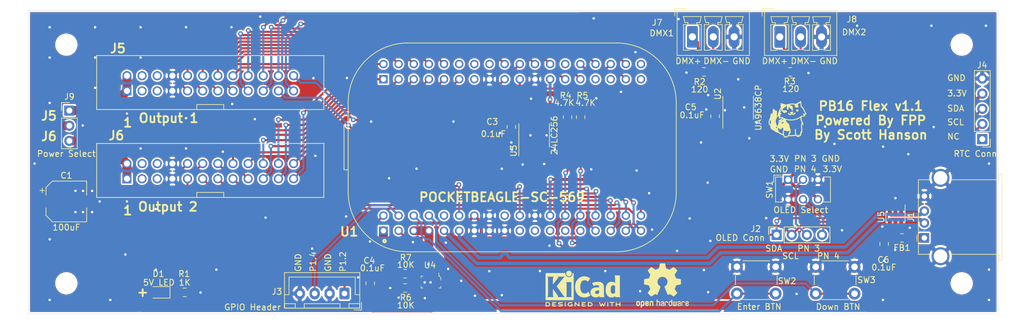
<source format=kicad_pcb>
(kicad_pcb (version 20211014) (generator pcbnew)
  (title_block (title "PB16 Flex") (date "2020-01-16") (rev "v1") (company "Scott Hanson"))
  (layers (0 "F.Cu" signal) (31 "B.Cu" signal) (34 "B.Paste" user) (35 "F.Paste" user) (36 "B.SilkS" user "B.Silkscreen") (37 "F.SilkS" user "F.Silkscreen") (38 "B.Mask" user) (39 "F.Mask" user) (44 "Edge.Cuts" user))
  (net 0 "")
  (net 1 "GND")
  (net 2 "V_USB")
  (net 3 "+5V")
  (net 4 "USB_D+")
  (net 5 "USB_D-")
  (net 6 "/OLED_Pin_4")
  (net 7 "/OLED_Pin_3")
  (net 8 "I2C_SCL")
  (net 9 "I2C_SDA")
  (net 10 "GPIO2")
  (net 11 "GPIO1")
  (net 12 "+3V3")
  (net 13 "Net-(J4-Pad1)")
  (net 14 "OUT16")
  (net 15 "OUT15")
  (net 16 "OUT14")
  (net 17 "OUT13")
  (net 18 "OUT12")
  (net 19 "OUT11")
  (net 20 "OUT10")
  (net 21 "OUT9")
  (net 22 "OUT8")
  (net 23 "OUT7")
  (net 24 "OUT6")
  (net 25 "OUT5")
  (net 26 "OUT4")
  (net 27 "OUT3")
  (net 28 "OUT2")
  (net 29 "OUT1")
  (net 30 "/Serial/DMX1-")
  (net 31 "/Serial/DMX1+")
  (net 32 "/Serial/DMX2+")
  (net 33 "/Serial/DMX2-")
  (net 34 "TXD1")
  (net 35 "TXD2")
  (net 36 "BTN1")
  (net 37 "BTN2")
  (net 38 "Net-(J5-Pad6)")
  (net 39 "Net-(J5-Pad5)")
  (net 40 "Net-(J5-Pad4)")
  (net 41 "Net-(J5-Pad3)")
  (net 42 "Net-(J6-Pad6)")
  (net 43 "Net-(J6-Pad5)")
  (net 44 "Net-(J6-Pad4)")
  (net 45 "Net-(J6-Pad3)")
  (net 46 "OUT32")
  (net 47 "OUT31")
  (net 48 "OUT30")
  (net 49 "OUT29")
  (net 50 "OUT28")
  (net 51 "OUT27")
  (net 52 "OUT26")
  (net 53 "OUT25")
  (net 54 "OUT24")
  (net 55 "OUT23")
  (net 56 "OUT22")
  (net 57 "OUT21")
  (net 58 "OUT20")
  (net 59 "OUT19")
  (net 60 "OUT18")
  (net 61 "OUT17")
  (net 62 "/PWR1")
  (net 63 "/PWR2")
  (net 64 "Net-(D1-Pad1)")
  (net 65 "Net-(U1-PadP2_36)")
  (net 66 "Net-(U1-PadP2_35)")
  (net 67 "Net-(U1-PadP2_31)")
  (net 68 "Net-(U1-PadP2_29)")
  (net 69 "Net-(U1-PadP2_26)")
  (net 70 "Net-(U1-PadP2_16)")
  (net 71 "Net-(U1-PadP2_14)")
  (net 72 "Net-(U1-PadP2_13)")
  (net 73 "Net-(U1-PadP2_12)")
  (net 74 "Net-(U1-PadP1_27)")
  (net 75 "Net-(U1-PadP1_25)")
  (net 76 "Net-(U1-PadP1_23)")
  (net 77 "Net-(U1-PadP1_21)")
  (net 78 "Net-(U1-PadP1_19)")
  (net 79 "Net-(U1-PadP1_18)")
  (net 80 "Net-(U1-PadP1_10)")
  (net 81 "USB_DVBUS")
  (net 82 "Net-(R7-Pad2)")
  (net 83 "Net-(U5-Pad6)")
  (net 84 "Net-(U5-Pad1)")
  (net 85 "/USB/VBUS")
  (net 86 "+3.3VP")
  (net 87 "5V_Serial")
  (footprint "Capacitor_SMD:CP_Elec_6.3x5.4_Nichicon" (layer "F.Cu") (at 92.71 103.124)
    (fp_text reference "C1")
    (fp_text value "100uF")
  )
  (footprint "LED_SMD:LED_0805_2012Metric_Pad1.15x1.40mm_HandSolder" (layer "F.Cu") (at 108.2294 118.364 180)
    (fp_text reference "D1")
    (fp_text value "5V LED")
  )
  (footprint "Connector_PinSocket_2.54mm:PinSocket_1x04_P2.54mm_Vertical" (layer "F.Cu") (at 211.7852 108.712 90)
    (fp_text reference "J2")
    (fp_text value "OLED Conn")
  )
  (footprint "Connector_JST:JST_XH_B4B-XH-A_1x04_P2.50mm_Vertical" (layer "F.Cu") (at 139.3444 118.55704 180)
    (fp_text reference "J3")
    (fp_text value "GPIO Header")
  )
  (footprint "Connector_PinHeader_2.54mm:PinHeader_1x05_P2.54mm_Vertical" (layer "F.Cu") (at 246.2784 92.6719 180)
    (fp_text reference "J4")
    (fp_text value "RTC Conn")
  )
  (footprint "Button_Switch_THT:SW_CuK_JS202011CQN_DPDT_Straight" (layer "F.Cu") (at 213.7156 99.4664)
    (fp_text reference "SW1")
    (fp_text value "OLED Select")
  )
  (footprint "MountingHole:MountingHole_3.2mm_M3" (layer "F.Cu") (at 92.71 116.84)
    (fp_text reference "REF**")
    (fp_text value "MountingHole_3.2mm_M3")
  )
  (footprint "MountingHole:MountingHole_3.2mm_M3" (layer "F.Cu") (at 242.824 116.84)
    (fp_text reference "REF**")
    (fp_text value "MountingHole_3.2mm_M3")
  )
  (footprint "MountingHole:MountingHole_3.2mm_M3" (layer "F.Cu") (at 92.71 76.835)
    (fp_text reference "REF**")
    (fp_text value "MountingHole_3.2mm_M3")
  )
  (footprint "Resistor_SMD:R_0805_2012Metric_Pad1.15x1.40mm_HandSolder" (layer "F.Cu") (at 176.742 88.9979 -90)
    (fp_text reference "R4")
    (fp_text value "4.7K")
  )
  (footprint "Resistor_SMD:R_0805_2012Metric_Pad1.15x1.40mm_HandSolder" (layer "F.Cu") (at 178.9391 88.9979 -90)
    (fp_text reference "R5")
    (fp_text value "4.7K")
  )
  (footprint "Capacitor_SMD:C_0805_2012Metric_Pad1.15x1.40mm_HandSolder" (layer "F.Cu") (at 167.3186 90.6108 90)
    (fp_text reference "C3")
    (fp_text value "0.1uF")
  )
  (footprint "Package_SO:SOIC-8_3.9x4.9mm_P1.27mm" (layer "F.Cu") (at 171.1286 92.0332 90)
    (fp_text reference "U3")
    (fp_text value "24LC256")
  )
  (footprint "Button_Switch_THT:SW_PUSH_6mm" (layer "F.Cu") (at 218.3511 114.0841)
    (fp_text reference "SW3")
    (fp_text value "Down BTN")
  )
  (footprint "Resistor_SMD:R_0805_2012Metric_Pad1.15x1.40mm_HandSolder" (layer "F.Cu") (at 112.5474 118.364 180)
    (fp_text reference "R1")
    (fp_text value "1K")
  )
  (footprint "Button_Switch_THT:SW_PUSH_6mm" (layer "F.Cu") (at 205.1304 114.0714)
    (fp_text reference "SW2")
    (fp_text value "Enter BTN")
  )
  (footprint "Connector_Phoenix_MC:PhoenixContact_MCV_1,5_3-G-3.5_1x03_P3.50mm_Vertical" (layer "F.Cu") (at 197.66788 75.51928)
    (fp_text reference "J7")
    (fp_text value "DMX1")
  )
  (footprint "302-S241:OST_302-S241" (layer "F.Cu") (at 116.84 98.044)
    (fp_text reference "J6")
    (fp_text value "Output 2")
  )
  (footprint "MountingHole:MountingHole_3.2mm_M3" (layer "F.Cu") (at 242.824 76.835)
    (fp_text reference "REF**")
    (fp_text value "MountingHole_3.2mm_M3")
  )
  (footprint "302-S241:OST_302-S241" (layer "F.Cu") (at 116.84 83.312)
    (fp_text reference "J5")
    (fp_text value "Output 1")
  )
  (footprint "Resistor_SMD:R_0805_2012Metric_Pad1.15x1.40mm_HandSolder" (layer "F.Cu") (at 214.0458 81.407)
    (fp_text reference "R3")
    (fp_text value "120")
  )
  (footprint "Capacitor_SMD:C_0805_2012Metric_Pad1.15x1.40mm_HandSolder" (layer "F.Cu") (at 143.6624 116.8744 90)
    (fp_text reference "C4")
    (fp_text value "0.1uF")
  )
  (footprint "Symbol:OSHW-Logo2_9.8x8mm_SilkScreen" (layer "F.Cu") (at 192.659 117.221)
    (fp_text reference "REF**" hide)
    (fp_text value "OSHW-Logo2_9.8x8mm_SilkScreen" hide)
  )
  (footprint "Symbol:KiCad-Logo2_5mm_SilkScreen" (layer "F.Cu") (at 179.324 117.729)
    (fp_text reference "REF**" hide)
    (fp_text value "KiCad-Logo2_5mm_SilkScreen" hide)
  )
  (footprint "Connector_PinHeader_2.54mm:PinHeader_1x03_P2.54mm_Vertical" (layer "F.Cu") (at 93.218 87.884)
    (fp_text reference "J9")
    (fp_text value "Power Select")
  )
  (footprint "Package_SO:SOIC-8_3.9x4.9mm_P1.27mm" (layer "F.Cu") (at 205.3336 87.4014 90)
    (fp_text reference "U2")
    (fp_text value "UA9638CP")
  )
  (footprint "Capacitor_SMD:C_0805_2012Metric_Pad1.15x1.40mm_HandSolder" (layer "F.Cu") (at 201.4728 88.8238 90)
    (fp_text reference "C5")
    (fp_text value "0.1uF")
  )
  (footprint "Connector_Phoenix_MC:PhoenixContact_MCV_1,5_3-G-3.5_1x03_P3.50mm_Vertical" (layer "F.Cu") (at 212.3186 75.5396)
    (fp_text reference "J8")
    (fp_text value "DMX2")
  )
  (footprint "Capacitor_SMD:C_0805_2012Metric_Pad1.15x1.40mm_HandSolder" (layer "F.Cu") (at 229.816 110.234 -90)
    (fp_text reference "C6")
    (fp_text value "0.1uF")
  )
  (footprint "Inductor_SMD:L_0805_2012Metric_Pad1.15x1.40mm_HandSolder" (layer "F.Cu") (at 232.816 109.234 180)
    (fp_text reference "FB1")
    (fp_text value "150 OHM")
  )
  (footprint "Connector_USB:USB_A_Stewart_SS-52100-001_Horizontal" (layer "F.Cu") (at 236.566 109.234 90)
    (fp_text reference "J1")
    (fp_text value "USB")
  )
  (footprint "digikey-footprints:SOT-753" (layer "F.Cu") (at 153.8432 116.628 180)
    (fp_text reference "U4")
    (fp_text value "TPS2051BDBVR")
  )
  (footprint "Resistor_SMD:R_0805_2012Metric_Pad1.15x1.40mm_HandSolder" (layer "F.Cu") (at 149.516 117.634 180)
    (fp_text reference "R6")
    (fp_text value "10K")
  )
  (footprint "Resistor_SMD:R_0805_2012Metric_Pad1.15x1.40mm_HandSolder" (layer "F.Cu") (at 199.6186 81.407)
    (fp_text reference "R2")
    (fp_text value "120")
  )
  (footprint "Resistor_SMD:R_0805_2012Metric_Pad1.15x1.40mm_HandSolder" (layer "F.Cu") (at 149.516 115.234)
    (fp_text reference "R7")
    (fp_text value "10K")
  )
  (footprint "POCKETBEAGLE:BEAGLE_POCKETBEAGLE-SC-569" (layer "F.Cu") (at 167.4622 94.0562 90)
    (fp_text reference "U1")
    (fp_text value "POCKETBEAGLE-SC-569")
  )
  (footprint "Package_TO_SOT_SMD:SOT-23-6_Handsoldering" (layer "F.Cu") (at 231.716 105.734 -90)
    (fp_text reference "U5")
    (fp_text value "TPD4S009DBVR")
  )
  (footprint "Scotts:chewi_10" (layer "F.Cu") (at 213.476 88.564)
    (fp_text reference "G***")
    (fp_text value "LOGO" hide)
  )
  (gr_line (start 248.92 71.12) (end 86.36 71.12) (layer "Edge.Cuts") (width 0.05))
  (gr_line (start 86.36 121.92) (end 248.92 121.92) (layer "Edge.Cuts") (width 0.05))
  (gr_line (start 86.36 71.12) (end 86.36 121.92) (layer "Edge.Cuts") (width 0.05))
  (gr_line (start 248.92 121.92) (end 248.92 71.12) (layer "Edge.Cuts") (width 0.05))
  (gr_text "3.3V" (at 242.034778 84.99086) (layer "F.SilkS") (effects (font (size 1 1))))
  (gr_text "SCL" (at 241.796683 89.8243) (layer "F.SilkS") (effects (font (size 1 1))))
  (gr_text "SDA" (at 241.820493 87.53086) (layer "F.SilkS") (effects (font (size 1 1))))
  (gr_text "GND" (at 241.93954 82.41086) (layer "F.SilkS") (effects (font (size 1 1))))
  (gr_text "NC" (at 241.43954 92.2343) (layer "F.SilkS") (effects (font (size 1 1))))
  (gr_text "GND" (at 212.19116 97.73496) (layer "F.SilkS") (effects (font (size 1 1))))
  (gr_text "3.3V" (at 221.1247 97.68924) (layer "F.SilkS") (effects (font (size 1 1))))
  (gr_text "PN 3" (at 216.6247 95.93924) (layer "F.SilkS") (effects (font (size 1 1))))
  (gr_text "3.3V" (at 212.24116 95.98496) (layer "F.SilkS") (effects (font (size 1 1))))
  (gr_text "PN 4" (at 216.5747 97.68924) (layer "F.SilkS") (effects (font (size 1 1))))
  (gr_text "GND" (at 220.8747 95.93924) (layer "F.SilkS") (effects (font (size 1 1))))
  (gr_text "PN 4" (at 220.472 112.268) (layer "F.SilkS") (effects (font (size 1 1))))
  (gr_text "SCL" (at 214.122 112.268) (layer "F.SilkS") (effects (font (size 1 1))))
  (gr_text "PN 3" (at 217.17 110.998) (layer "F.SilkS") (effects (font (size 1 1))))
  (gr_text "SDA" (at 211.328 110.998) (layer "F.SilkS") (effects (font (size 1 1))))
  (gr_text "P1.4" (at 134.079 113.206 90) (layer "F.SilkS") (effects (font (size 1 1))))
  (gr_text "GND" (at 131.579 113.372667 90) (layer "F.SilkS") (effects (font (size 1 1))))
  (gr_text "GND" (at 136.579 113.372667 90) (layer "F.SilkS") (effects (font (size 1 1))))
  (gr_text "GND" (at 205.8924 79.5782) (layer "F.SilkS") (effects (font (size 1 1))))
  (gr_text "DMX-" (at 201.7014 79.5782) (layer "F.SilkS") (effects (font (size 1 1))))
  (gr_text "J6" (at 89.789 92.202) (layer "F.SilkS") (effects (font (size 1.5 1.5) (thickness 0.3))))
  (gr_text "1" (at 102.997 89.916) (layer "F.SilkS") (effects (font (size 1.5 1.5) (thickness 0.3))))
  (gr_text "DMX+" (at 197.0024 79.5782) (layer "F.SilkS") (effects (font (size 1 1))))
  (gr_text "+" (at 105.5116 118.3132) (layer "F.SilkS") (effects (font (size 1.5 1.5) (thickness 0.3))))
  (gr_text "P1.2" (at 139.079 113.206 90) (layer "F.SilkS") (effects (font (size 1 1))))
  (gr_text "PB16 Flex v1.1\nPowered By FPP\nBy Scott Hanson" (at 227.584 89.535) (layer "F.SilkS") (effects (font (size 1.5 1.5) (thickness 0.3))))
  (gr_text "DMX-" (at 216.3318 79.5782) (layer "F.SilkS") (effects (font (size 1 1))))
  (gr_text "GND" (at 220.5228 79.5782) (layer "F.SilkS") (effects (font (size 1 1))))
  (gr_text "DMX+" (at 211.5058 79.5782) (layer "F.SilkS") (effects (font (size 1 1))))
  (gr_text "1" (at 102.997 104.648) (layer "F.SilkS") (effects (font (size 1.5 1.5) (thickness 0.3))))
  (gr_text "J5" (at 89.789 88.773) (layer "F.SilkS") (effects (font (size 1.5 1.5) (thickness 0.3))))
  (via (at 156.716 114.434) (size 0.8) (drill 0.4) (layers "F.Cu" "B.Cu") (net 1))
  (via (at 188.1251 78.0796) (size 0.8) (drill 0.4) (layers "F.Cu" "B.Cu") (net 1))
  (via (at 180.716 97.734) (size 0.8) (drill 0.4) (layers "F.Cu" "B.Cu") (net 1))
  (via (at 229.516 107.334) (size 0.8) (drill 0.4) (layers "F.Cu" "B.Cu") (net 1))
  (via (at 190.916 107.834) (size 0.8) (drill 0.4) (layers "F.Cu" "B.Cu") (net 1))
  (via (at 199.606 114.614) (size 0.8) (drill 0.4) (layers "F.Cu" "B.Cu") (net 1))
  (via (at 247.396 96.774) (size 0.8) (drill 0.4) (layers "F.Cu" "B.Cu") (net 1))
  (via (at 143.816 89.734) (size 0.8) (drill 0.4) (layers "F.Cu" "B.Cu") (net 1))
  (via (at 156.326 110.024) (size 0.8) (drill 0.4) (layers "F.Cu" "B.Cu") (net 1))
  (via (at 112.776 89.154) (size 0.8) (drill 0.4) (layers "F.Cu" "B.Cu") (net 1))
  (via (at 234.116 107.534) (size 0.8) (drill 0.4) (layers "F.Cu" "B.Cu") (net 1))
  (via (at 174.616 94.434) (size 0.8) (drill 0.4) (layers "F.Cu" "B.Cu") (net 1))
  (via (at 217.1319 81.5848) (size 0.8) (drill 0.4) (layers "F.Cu" "B.Cu") (net 1))
  (via (at 167.416 94.434) (size 0.8) (drill 0.4) (layers "F.Cu" "B.Cu") (net 1))
  (via (at 231.6861 111.2393) (size 0.8) (drill 0.4) (layers "F.Cu" "B.Cu") (net 1))
  (via (at 97.536 84.074) (size 0.8) (drill 0.4) (layers "F.Cu" "B.Cu") (net 1))
  (via (at 247.396 114.554) (size 0.8) (drill 0.4) (layers "F.Cu" "B.Cu") (net 1))
  (via (at 100.076 119.634) (size 0.8) (drill 0.4) (layers "F.Cu" "B.Cu") (net 1))
  (via (at 161.216 118.934) (size 0.8) (drill 0.4) (layers "F.Cu" "B.Cu") (net 1))
  (via (at 112.776 94.234) (size 0.8) (drill 0.4) (layers "F.Cu" "B.Cu") (net 1))
  (via (at 237.744 73.66) (size 0.8) (drill 0.4) (layers "F.Cu" "B.Cu") (net 1))
  (via (at 97.028 104.902) (size 0.8) (drill 0.4) (layers "F.Cu" "B.Cu") (net 1))
  (via (at 200.3171 85.2932) (size 0.8) (drill 0.4) (layers "F.Cu" "B.Cu") (net 1))
  (via (at 200.316 118.334) (size 0.8) (drill 0.4) (layers "F.Cu" "B.Cu") (net 1))
  (via (at 158.916 116.434) (size 0.8) (drill 0.4) (layers "F.Cu" "B.Cu") (net 1))
  (via (at 222.758 107.95) (size 0.8) (drill 0.4) (layers "F.Cu" "B.Cu") (net 1))
  (via (at 219.9132 90.5764) (size 0.8) (drill 0.4) (layers "F.Cu" "B.Cu") (net 1))
  (via (at 125.222 72.136) (size 0.8) (drill 0.4) (layers "F.Cu" "B.Cu") (net 1))
  (via (at 133.916 111.034) (size 0.8) (drill 0.4) (layers "F.Cu" "B.Cu") (net 1))
  (via (at 165.716 97.634) (size 0.8) (drill 0.4) (layers "F.Cu" "B.Cu") (net 1))
  (via (at 150.816 109.934) (size 0.8) (drill 0.4) (layers "F.Cu" "B.Cu") (net 1))
  (via (at 147.016 117.634) (size 0.8) (drill 0.4) (layers "F.Cu" "B.Cu") (net 1))
  (via (at 231.716 102.5652) (size 0.8) (drill 0.4) (layers "F.Cu" "B.Cu") (net 1))
  (via (at 207.216 92.534) (size 0.8) (drill 0.4) (layers "F.Cu" "B.Cu") (net 1))
  (via (at 215.138 118.618) (size 0.8) (drill 0.4) (layers "F.Cu" "B.Cu") (net 1))
  (via (at 102.616 112.014) (size 0.8) (drill 0.4) (layers "F.Cu" "B.Cu") (net 1))
  (via (at 195.106 111.404) (size 0.8) (drill 0.4) (layers "F.Cu" "B.Cu") (net 1))
  (via (at 139.616 105.634) (size 0.8) (drill 0.4) (layers "F.Cu" "B.Cu") (net 1))
  (via (at 195.3514 72.5424) (size 0.8) (drill 0.4) (layers "F.Cu" "B.Cu") (net 1))
  (via (at 163.626 114.814) (size 0.8) (drill 0.4) (layers "F.Cu" "B.Cu") (net 1))
  (via (at 199.9996 87.7062) (size 0.8) (drill 0.4) (layers "F.Cu" "B.Cu") (net 1))
  (via (at 117.856 114.554) (size 0.8) (drill 0.4) (layers "F.Cu" "B.Cu") (net 1))
  (via (at 181.5592 85.8266) (size 0.8) (drill 0.4) (layers "F.Cu" "B.Cu") (net 1))
  (via (at 181.1274 72.4281) (size 0.8) (drill 0.4) (layers "F.Cu" "B.Cu") (net 1))
  (via (at 173.716 110.534) (size 0.8) (drill 0.4) (layers "F.Cu" "B.Cu") (net 1))
  (via (at 229.616 119.634) (size 0.8) (drill 0.4) (layers "F.Cu" "B.Cu") (net 1))
  (via (at 141.6304 115.8494) (size 0.8) (drill 0.4) (layers "F.Cu" "B.Cu") (net 1))
  (via (at 97.536 73.914) (size 0.8) (drill 0.4) (layers "F.Cu" "B.Cu") (net 1))
  (via (at 199.116 93.234) (size 0.8) (drill 0.4) (layers "F.Cu" "B.Cu") (net 1))
  (via (at 105.156 89.154) (size 0.8) (drill 0.4) (layers "F.Cu" "B.Cu") (net 1))
  (via (at 153.7716 116.6876) (size 0.8) (drill 0.4) (layers "F.Cu" "B.Cu") (net 1))
  (via (at 233.876 95.194) (size 0.8) (drill 0.4) (layers "F.Cu" "B.Cu") (net 1))
  (via (at 185.6994 84.7471) (size 0.8) (drill 0.4) (layers "F.Cu" "B.Cu") (net 1))
  (via (at 210.046 105.914) (size 0.8) (drill 0.4) (layers "F.Cu" "B.Cu") (net 1))
  (via (at 126.116 105.834) (size 0.8) (drill 0.4) (layers "F.Cu" "B.Cu") (net 1))
  (via (at 143.616 109.834) (size 0.8) (drill 0.4) (layers "F.Cu" "B.Cu") (net 1))
  (via (at 89.916 86.614) (size 0.8) (drill 0.4) (layers "F.Cu" "B.Cu") (net 1))
  (via (at 200.226 99.964) (size 0.8) (drill 0.4) (layers "F.Cu" "B.Cu") (net 1))
  (via (at 225.298 73.66) (size 0.8) (drill 0.4) (layers "F.Cu" "B.Cu") (net 1))
  (via (at 107.696 104.394) (size 0.8) (drill 0.4) (layers "F.Cu" "B.Cu") (net 1))
  (via (at 169.216 96.934) (size 0.8) (drill 0.4) (layers "F.Cu" "B.Cu") (net 1))
  (via (at 105.156 73.914) (size 0.8) (drill 0.4) (layers "F.Cu" "B.Cu") (net 1))
  (via (at 188.8998 118.1608) (size 0.8) (drill 0.4) (layers "F.Cu" "B.Cu") (net 1))
  (via (at 89.916 78.994) (size 0.8) (drill 0.4) (layers "F.Cu" "B.Cu") (net 1))
  (via (at 183.066 114.784) (size 0.8) (drill 0.4) (layers "F.Cu" "B.Cu") (net 1))
  (via (at 190.416 101.734) (size 0.8) (drill 0.4) (layers "F.Cu" "B.Cu") (net 1))
  (via (at 124.3076 89.3191) (size 0.8) (drill 0.4) (layers "F.Cu" "B.Cu") (net 1))
  (via (at 229.8192 113.0681) (size 0.8) (drill 0.4) (layers "F.Cu" "B.Cu") (net 1))
  (via (at 188.316 97.934) (size 0.8) (drill 0.4) (layers "F.Cu" "B.Cu") (net 1))
  (via (at 98.298 103.124) (size 0.8) (drill 0.4) (layers "F.Cu" "B.Cu") (net 1))
  (via (at 221.488 93.472) (size 0.8) (drill 0.4) (layers "F.Cu" "B.Cu") (net 1))
  (via (at 205.359 82.6389) (size 0.8) (drill 0.4) (layers "F.Cu" "B.Cu") (net 1))
  (via (at 247.396 119.634) (size 0.8) (drill 0.4) (layers "F.Cu" "B.Cu") (net 1))
  (via (at 120.396 73.914) (size 0.8) (drill 0.4) (layers "F.Cu" "B.Cu") (net 1))
  (via (at 115.2144 118.3894) (size 0.8) (drill 0.4) (layers "F.Cu" "B.Cu") (net 1))
  (via (at 105.156 94.234) (size 0.8) (drill 0.4) (layers "F.Cu" "B.Cu") (net 1))
  (via (at 170.516 92.034) (size 0.8) (drill 0.4) (layers "F.Cu" "B.Cu") (net 1))
  (via (at 146.816 99.234) (size 0.8) (drill 0.4) (layers "F.Cu" "B.Cu") (net 1))
  (via (at 152.781 116.6876) (size 0.8) (drill 0.4) (layers "F.Cu" "B.Cu") (net 1))
  (via (at 200.686 109.734) (size 0.8) (drill 0.4) (layers "F.Cu" "B.Cu") (net 1))
  (via (at 203.1238 87.8332) (size 0.8) (drill 0.4) (layers "F.Cu" "B.Cu") (net 1))
  (via (at 97.536 78.994) (size 0.8) (drill 0.4) (layers "F.Cu" "B.Cu") (net 1))
  (via (at 97.028 101.346) (size 0.8) (drill 0.4) (layers "F.Cu" "B.Cu") (net 1))
  (via (at 153.416 113.634) (size 0.8) (drill 0.4) (layers "F.Cu" "B.Cu") (net 1))
  (via (at 95.4532 90.3859) (size 0.8) (drill 0.4) (layers "F.Cu" "B.Cu") (net 1))
  (via (at 165.416 91.634) (size 0.8) (drill 0.4) (layers "F.Cu" "B.Cu") (net 1))
  (via (at 206.3496 87.3506) (size 0.8) (drill 0.4) (layers "F.Cu" "B.Cu") (net 1))
  (via (at 95.504 104.902) (size 0.8) (drill 0.4) (layers "F.Cu" "B.Cu") (net 1))
  (via (at 246.888 73.66) (size 0.8) (drill 0.4) (layers "F.Cu" "B.Cu") (net 1))
  (via (at 208.4324 89.9414) (size 0.8) (drill 0.4) (layers "F.Cu" "B.Cu") (net 1))
  (via (at 118.9482 94.7801) (size 0.8) (drill 0.4) (layers "F.Cu" "B.Cu") (net 1))
  (via (at 105.156 78.994) (size 0.8) (drill 0.4) (layers "F.Cu" "B.Cu") (net 1))
  (via (at 95.504 101.346) (size 0.8) (drill 0.4) (layers "F.Cu" "B.Cu") (net 1))
  (via (at 89.916 109.474) (size 0.8) (drill 0.4) (layers "F.Cu" "B.Cu") (net 1))
  (via (at 87.376 96.774) (size 0.8) (drill 0.4) (layers "F.Cu" "B.Cu") (net 1))
  (via (at 172.816 96.834) (size 0.8) (drill 0.4) (layers "F.Cu" "B.Cu") (net 1))
  (via (at 148.416 119.234) (size 0.8) (drill 0.4) (layers "F.Cu" "B.Cu") (net 1))
  (via (at 157.616 89.734) (size 0.8) (drill 0.4) (layers "F.Cu" "B.Cu") (net 1))
  (via (at 165.716 118.834) (size 0.8) (drill 0.4) (layers "F.Cu" "B.Cu") (net 1))
  (via (at 179.916 118.834) (size 0.8) (drill 0.4) (layers "F.Cu" "B.Cu") (net 1))
  (via (at 167.316 93.234) (size 0.8) (drill 0.4) (layers "F.Cu" "B.Cu") (net 1))
  (via (at 238.125 90.6399) (size 0.8) (drill 0.4) (layers "F.Cu" "B.Cu") (net 1))
  (via (at 172.116 114.784) (size 0.8) (drill 0.4) (layers "F.Cu" "B.Cu") (net 1))
  (via (at 197.216 105.974) (size 0.8) (drill 0.4) (layers "F.Cu" "B.Cu") (net 1))
  (via (at 170.6245 85.8901) (size 0.8) (drill 0.4) (layers "F.Cu" "B.Cu") (net 1))
  (via (at 151.416 97.634) (size 0.8) (drill 0.4) (layers "F.Cu" "B.Cu") (net 1))
  (via (at 152.816 119.334) (size 0.8) (drill 0.4) (layers "F.Cu" "B.Cu") (net 1))
  (via (at 139.7508 82.423) (size 0.8) (drill 0.4) (layers "F.Cu" "B.Cu") (net 1))
  (via (at 196.6722 81.5213) (size 0.8) (drill 0.4) (layers "F.Cu" "B.Cu") (net 1))
  (via (at 94.234 104.902) (size 0.8) (drill 0.4) (layers "F.Cu" "B.Cu") (net 1))
  (via (at 112.776 73.914) (size 0.8) (drill 0.4) (layers "F.Cu" "B.Cu") (net 1))
  (via (at 134.1374 82.4484) (size 0.8) (drill 0.4) (layers "F.Cu" "B.Cu") (net 1))
  (via (at 120.523 86.7791) (size 0.8) (drill 0.4) (layers "F.Cu" "B.Cu") (net 1))
  (via (at 229.646 93.924) (size 0.8) (drill 0.4) (layers "F.Cu" "B.Cu") (net 1))
  (via (at 89.916 73.914) (size 0.8) (drill 0.4) (layers "F.Cu" "B.Cu") (net 1))
  (via (at 89.916 119.634) (size 0.8) (drill 0.4) (layers "F.Cu" "B.Cu") (net 1))
  (via (at 107.696 114.554) (size 0.8) (drill 0.4) (layers "F.Cu" "B.Cu") (net 1))
  (via (at 134.4549 95.4659) (size 0.8) (drill 0.4) (layers "F.Cu" "B.Cu") (net 1))
  (via (at 173.216 92.034) (size 0.8) (drill 0.4) (layers "F.Cu" "B.Cu") (net 1))
  (via (at 94.234 101.346) (size 0.8) (drill 0.4) (layers "F.Cu" "B.Cu") (net 1))
  (segment (start 226.404499 120.534101) (end 227.2792 119.6594) (width 1.5) (layer "F.Cu") (net 2))
  (segment (start 155.093201 115.316) (end 155.298 115.316) (width 1.5) (layer "F.Cu") (net 2))
  (segment (start 153.4922 108.0262) (end 153.4922 111.2102) (width 1.5) (layer "F.Cu") (net 2))
  (segment (start 231.716 107.084) (end 231.716 109.159) (width 0.6) (layer "F.Cu") (net 2))
  (segment (start 231.791 109.234) (end 229.841 109.234) (width 1.5) (layer "F.Cu") (net 2))
  (segment (start 153.4922 111.2102) (end 155.093201 112.811201) (width 1.5) (layer "F.Cu") (net 2))
  (segment (start 155.093201 112.811201) (end 155.093201 115.316) (width 1.5) (layer "F.Cu") (net 2))
  (segment (start 160.516101 120.534101) (end 226.404499 120.534101) (width 1.5) (layer "F.Cu") (net 2))
  (segment (start 227.2792 119.6594) (end 227.2792 111.0458) (width 1.5) (layer "F.Cu") (net 2))
  (segment (start 231.716 109.159) (end 231.791 109.234) (width 0.6) (layer "F.Cu") (net 2))
  (segment (start 227.2792 111.0458) (end 229.116 109.209) (width 1.5) (layer "F.Cu") (net 2))
  (segment (start 229.816 109.209) (end 229.841 109.234) (width 0.5) (layer "F.Cu") (net 2))
  (segment (start 150.9522 108.0262) (end 153.4922 108.0262) (width 1.5) (layer "F.Cu") (net 2))
  (segment (start 155.298 115.316) (end 160.516101 120.534101) (width 1.5) (layer "F.Cu") (net 2))
  (segment (start 229.116 109.209) (end 229.816 109.209) (width 1.5) (layer "F.Cu") (net 2))
  (segment (start 144.08439 120.94499) (end 153.85121 120.94499) (width 1.5) (layer "F.Cu") (net 3))
  (segment (start 107.188 120.904) (end 144.0434 120.904) (width 1.5) (layer "F.Cu") (net 3))
  (segment (start 105.537 120.904) (end 107.188 120.904) (width 1.5) (layer "F.Cu") (net 3))
  (segment (start 145.8722 116.3896) (end 145.8722 108.0262) (width 1.5) (layer "F.Cu") (net 3))
  (segment (start 153.85121 120.94499) (end 154.7932 120.003) (width 1.5) (layer "F.Cu") (net 3))
  (segment (start 90.17 91.694) (end 90.17 105.537) (width 1.5) (layer "F.Cu") (net 3))
  (segment (start 144.0434 120.904) (end 144.08439 120.94499) (width 1.5) (layer "F.Cu") (net 3))
  (segment (start 144.3624 117.8994) (end 145.8722 116.3896) (width 1.5) (layer "F.Cu") (net 3))
  (segment (start 143.6624 120.523) (end 144.0434 120.904) (width 1.5) (layer "F.Cu") (net 3))
  (segment (start 143.6624 117.8994) (end 144.3624 117.8994) (width 1.5) (layer "F.Cu") (net 3))
  (segment (start 90.17 105.537) (end 105.537 120.904) (width 1.5) (layer "F.Cu") (net 3))
  (segment (start 93.218 90.424) (end 91.44 90.424) (width 1.5) (layer "F.Cu") (net 3))
  (segment (start 107.188 119.636792) (end 107.188 120.904) (width 1.5) (layer "F.Cu") (net 3))
  (segment (start 107.188 118.364) (end 107.188 119.636792) (width 1.5) (layer "F.Cu") (net 3))
  (segment (start 91.44 90.424) (end 90.17 91.694) (width 1.5) (layer "F.Cu") (net 3))
  (segment (start 143.6624 117.8994) (end 143.6624 120.523) (width 1.5) (layer "F.Cu") (net 3))
  (segment (start 154.7932 120.003) (end 154.7932 117.978) (width 1.5) (layer "F.Cu") (net 3))
  (segment (start 235.821012 105.528988) (end 230.880988 105.528988) (width 0.25) (layer "F.Cu") (net 4))
  (segment (start 236.566 104.734) (end 236.566 104.784) (width 0.25) (layer "F.Cu") (net 4))
  (segment (start 230.766 105.414) (end 230.766 104.384) (width 0.25) (layer "F.Cu") (net 4))
  (segment (start 236.566 104.784) (end 235.821012 105.528988) (width 0.25) (layer "F.Cu") (net 4))
  (segment (start 230.880988 105.528988) (end 230.766 105.414) (width 0.25) (layer "F.Cu") (net 4))
  (segment (start 165.59463 112.436858) (end 165.633279 112.375349) (width 0.55) (layer "B.Cu") (net 4))
  (segment (start 165.917624 111.918322) (end 165.989812 111.910188) (width 0.55) (layer "B.Cu") (net 4))
  (segment (start 165.989812 111.910188) (end 166.441 111.910188) (width 0.55) (layer "B.Cu") (net 4))
  (segment (start 161.908503 112.559) (end 165.341 112.559) (width 0.55) (layer "B.Cu") (net 4))
  (segment (start 166.797532 112.375349) (end 166.836181 112.436858) (width 0.55) (layer "B.Cu") (net 4))
  (segment (start 165.413187 112.550867) (end 165.481754 112.526874) (width 0.55) (layer "B.Cu") (net 4))
  (segment (start 165.849057 111.942315) (end 165.917624 111.918322) (width 0.55) (layer "B.Cu") (net 4))
  (segment (start 165.736181 112.032331) (end 165.787548 111.980964) (width 0.55) (layer "B.Cu") (net 4))
  (segment (start 167.017624 112.550867) (end 167.089812 112.559) (width 0.55) (layer "B.Cu") (net 4))
  (segment (start 165.657272 112.306782) (end 165.673539 112.162407) (width 0.55) (layer "B.Cu") (net 4))
  (segment (start 166.643263 111.980964) (end 166.69463 112.032331) (width 0.55) (layer "B.Cu") (net 4))
  (segment (start 166.773539 112.306782) (end 166.797532 112.375349) (width 0.55) (layer "B.Cu") (net 4))
  (segment (start 166.949057 112.526874) (end 167.017624 112.550867) (width 0.55) (layer "B.Cu") (net 4))
  (segment (start 228.819248 105.259) (end 236.041 105.259) (width 0.55) (layer "B.Cu") (net 4))
  (segment (start 166.441 111.910188) (end 166.513187 111.918322) (width 0.55) (layer "B.Cu") (net 4))
  (segment (start 165.543263 112.488225) (end 165.59463 112.436858) (width 0.55) (layer "B.Cu") (net 4))
  (segment (start 165.341 112.559) (end 165.413187 112.550867) (width 0.55) (layer "B.Cu") (net 4))
  (segment (start 166.887548 112.488225) (end 166.949057 112.526874) (width 0.55) (layer "B.Cu") (net 4))
  (segment (start 202.019248 110.759) (end 223.319248 110.759) (width 0.55) (layer "B.Cu") (net 4))
  (segment (start 158.5722 109.222697) (end 161.908503 112.559) (width 0.55) (layer "B.Cu") (net 4))
  (segment (start 166.513187 111.918322) (end 166.581754 111.942315) (width 0.55) (layer "B.Cu") (net 4))
  (segment (start 223.319248 110.759) (end 228.819248 105.259) (width 0.55) (layer "B.Cu") (net 4))
  (segment (start 167.089812 112.559) (end 200.219248 112.559) (width 0.55) (layer "B.Cu") (net 4))
  (segment (start 165.481754 112.526874) (end 165.543263 112.488225) (width 0.55) (layer "B.Cu") (net 4))
  (segment (start 166.581754 111.942315) (end 166.643263 111.980964) (width 0.55) (layer "B.Cu") (net 4))
  (segment (start 236.041 105.259) (end 236.566 104.734) (width 0.55) (layer "B.Cu") (net 4))
  (segment (start 166.836181 112.436858) (end 166.887548 112.488225) (width 0.55) (layer "B.Cu") (net 4))
  (segment (start 165.673539 112.162407) (end 165.697532 112.09384) (width 0.55) (layer "B.Cu") (net 4))
  (segment (start 165.697532 112.09384) (end 165.736181 112.032331) (width 0.55) (layer "B.Cu") (net 4))
  (segment (start 165.633279 112.375349) (end 165.657272 112.306782) (width 0.55) (layer "B.Cu") (net 4))
  (segment (start 200.219248 112.559) (end 202.019248 110.759) (width 0.55) (layer "B.Cu") (net 4))
  (segment (start 165.787548 111.980964) (end 165.849057 111.942315) (width 0.55) (layer "B.Cu") (net 4))
  (segment (start 166.757272 112.162407) (end 166.773539 112.306782) (width 0.55) (layer "B.Cu") (net 4))
  (segment (start 166.69463 112.032331) (end 166.733279 112.09384) (width 0.55) (layer "B.Cu") (net 4))
  (segment (start 166.733279 112.09384) (end 166.757272 112.162407) (width 0.55) (layer "B.Cu") (net 4))
  (segment (start 158.5722 108.0262) (end 158.5722 109.222697) (width 0.55) (layer "B.Cu") (net 4))
  (segment (start 236.566 106.734) (end 235.810999 105.978999) (width 0.25) (layer "F.Cu") (net 5))
  (segment (start 235.810999 105.978999) (end 230.841001 105.978999) (width 0.25) (layer "F.Cu") (net 5))
  (segment (start 230.841001 105.978999) (end 230.766 106.054) (width 0.25) (layer "F.Cu") (net 5))
  (segment (start 230.766 106.054) (end 230.766 107.084) (width 0.25) (layer "F.Cu") (net 5))
  (segment (start 223.712752 111.709) (end 229.212752 106.209) (width 0.55) (layer "B.Cu") (net 5))
  (segment (start 156.0322 108.0262) (end 161.515 113.509) (width 0.55) (layer "B.Cu") (net 5))
  (segment (start 229.212752 106.209) (end 236.041 106.209) (width 0.55) (layer "B.Cu") (net 5))
  (segment (start 161.515 113.509) (end 200.612752 113.509) (width 0.55) (layer "B.Cu") (net 5))
  (segment (start 202.412752 111.709) (end 223.712752 111.709) (width 0.55) (layer "B.Cu") (net 5))
  (segment (start 200.612752 113.509) (end 202.412752 111.709) (width 0.55) (layer "B.Cu") (net 5))
  (segment (start 236.041 106.209) (end 236.566 106.734) (width 0.55) (layer "B.Cu") (net 5))
  (segment (start 219.616 106.1668) (end 219.616 108.5012) (width 0.35) (layer "B.Cu") (net 6))
  (segment (start 216.2156 102.7664) (end 219.616 106.1668) (width 0.35) (layer "B.Cu") (net 6))
  (segment (start 219.616 108.5012) (end 219.4052 108.712) (width 0.35) (layer "B.Cu") (net 6))
  (segment (start 215.016 100.666) (end 215.016 106.8628) (width 0.35) (layer "B.Cu") (net 7))
  (segment (start 216.2156 99.4664) (end 215.016 100.666) (width 0.35) (layer "B.Cu") (net 7))
  (segment (start 215.016 106.8628) (end 216.8652 108.712) (width 0.35) (layer "B.Cu") (net 7))
  (segment (start 212.8472 107.234) (end 196.416 107.234) (width 0.35) (layer "F.Cu") (net 8))
  (segment (start 178.9391 90.0229) (end 178.9391 98.0109) (width 0.35) (layer "F.Cu") (net 8))
  (segment (start 214.3252 108.712) (end 212.8472 107.234) (width 0.35) (layer "F.Cu") (net 8))
  (segment (start 174.202 88.02) (end 172.3268 88.02) (width 0.35) (layer "F.Cu") (net 8))
  (segment (start 193.56599 110.08401) (end 177.534096 110.08401) (width 0.35) (layer "F.Cu") (net 8))
  (segment (start 175.218 89.036) (end 174.202 88.02) (width 0.35) (layer "F.Cu") (net 8))
  (segment (start 233.2605 93.7895) (end 242.6208 93.7895) (width 0.35) (layer "F.Cu") (net 8))
  (segment (start 214.3252 108.712) (end 216.5124 106.5248) (width 0.35) (layer "F.Cu") (net 8))
  (segment (start 196.416 107.234) (end 193.56599 110.08401) (width 0.35) (layer "F.Cu") (net 8))
  (segment (start 178.9391 90.0229) (end 177.9522 89.036) (width 0.35) (layer "F.Cu") (net 8))
  (segment (start 242.6208 93.7895) (end 246.2784 90.1319) (width 0.35) (layer "F.Cu") (net 8))
  (segment (start 177.9522 89.036) (end 175.218 89.036) (width 0.35) (layer "F.Cu") (net 8))
  (segment (start 171.7636 88.5832) (end 171.7636 89.5582) (width 0.35) (layer "F.Cu") (net 8))
  (segment (start 178.9391 98.0109) (end 178.916 98.034) (width 0.35) (layer "F.Cu") (net 8))
  (segment (start 216.5124 106.5248) (end 220.5252 106.5248) (width 0.35) (layer "F.Cu") (net 8))
  (segment (start 172.3268 88.02) (end 171.7636 88.5832) (width 0.35) (layer "F.Cu") (net 8))
  (segment (start 220.5252 106.5248) (end 233.2605 93.7895) (width 0.35) (layer "F.Cu") (net 8))
  (via (at 177.534096 110.08401) (size 0.8) (drill 0.4) (layers "F.Cu" "B.Cu") (net 8))
  (via (at 178.916 98.034) (size 0.8) (drill 0.4) (layers "F.Cu" "B.Cu") (net 8))
  (segment (start 178.8922 98.0578) (end 178.916 98.034) (width 0.35) (layer "B.Cu") (net 8))
  (segment (start 178.8922 105.4862) (end 177.534096 106.844304) (width 0.35) (layer "B.Cu") (net 8))
  (segment (start 177.534096 106.844304) (end 177.534096 110.08401) (width 0.35) (layer "B.Cu") (net 8))
  (segment (start 178.8922 105.4862) (end 178.8922 98.0578) (width 0.35) (layer "B.Cu") (net 8))
  (segment (start 219.815999 105.934001) (end 212.315993 105.934001) (width 0.35) (layer "F.Cu") (net 9))
  (segment (start 176.742 98.008) (end 176.416 98.334) (width 0.35) (layer "F.Cu") (net 9))
  (segment (start 240.6363 93.234) (end 232.516 93.234) (width 0.35) (layer "F.Cu") (net 9))
  (segment (start 193.990988 110.859012) (end 176.04102 110.859012) (width 0.35) (layer "F.Cu") (net 9))
  (segment (start 173.4983 90.0229) (end 173.0336 89.5582) (width 0.35) (layer "F.Cu") (net 9))
  (segment (start 212.315993 105.934001) (end 211.815994 106.434) (width 0.35) (layer "F.Cu") (net 9))
  (segment (start 196.138 108.712) (end 193.990988 110.859012) (width 0.35) (layer "F.Cu") (net 9))
  (segment (start 232.516 93.234) (end 219.815999 105.934001) (width 0.35) (layer "F.Cu") (net 9))
  (segment (start 176.742 90.0229) (end 176.742 98.008) (width 0.35) (layer "F.Cu") (net 9))
  (segment (start 176.742 90.0229) (end 173.4983 90.0229) (width 0.35) (layer "F.Cu") (net 9))
  (segment (start 211.7852 108.712) (end 196.138 108.712) (width 0.35) (layer "F.Cu") (net 9))
  (segment (start 246.2784 87.5919) (end 240.6363 93.234) (width 0.35) (layer "F.Cu") (net 9))
  (segment (start 176.04102 110.859012) (end 175.316 110.133992) (width 0.35) (layer "F.Cu") (net 9))
  (via (at 176.416 98.334) (size 0.8) (drill 0.4) (layers "F.Cu" "B.Cu") (net 9))
  (via (at 175.316 110.133992) (size 0.8) (drill 0.4) (layers "F.Cu" "B.Cu") (net 9))
  (via (at 211.815994 106.434) (size 0.8) (drill 0.4) (layers "F.Cu" "B.Cu") (net 9))
  (segment (start 176.3522 105.4862) (end 176.3522 98.3978) (width 0.35) (layer "B.Cu") (net 9))
  (segment (start 176.3522 98.3978) (end 176.416 98.334) (width 0.35) (layer "B.Cu") (net 9))
  (segment (start 211.7852 106.464794) (end 211.815994 106.434) (width 0.35) (layer "B.Cu") (net 9))
  (segment (start 211.7852 108.712) (end 211.7852 106.464794) (width 0.35) (layer "B.Cu") (net 9))
  (segment (start 176.3522 105.4862) (end 175.116 106.7224) (width 0.35) (layer "B.Cu") (net 9))
  (segment (start 175.116 106.7224) (end 175.116 109.933992) (width 0.35) (layer "B.Cu") (net 9))
  (segment (start 175.116 109.933992) (end 175.316 110.133992) (width 0.35) (layer "B.Cu") (net 9))
  (segment (start 134.3444 113.2294) (end 143.8148 103.759) (width 0.35) (layer "B.Cu") (net 10))
  (segment (start 134.3444 118.55704) (end 134.3444 113.2294) (width 0.35) (layer "B.Cu") (net 10))
  (segment (start 143.8148 103.759) (end 146.685 103.759) (width 0.35) (layer "B.Cu") (net 10))
  (segment (start 146.685 103.759) (end 148.4122 105.4862) (width 0.35) (layer "B.Cu") (net 10))
  (segment (start 139.3444 113.97996) (end 139.3444 118.55704) (width 0.35) (layer "F.Cu") (net 11))
  (segment (start 139.3444 112.014) (end 139.3444 113.97996) (width 0.35) (layer "F.Cu") (net 11))
  (segment (start 145.8722 105.4862) (end 139.3444 112.014) (width 0.35) (layer "F.Cu") (net 11))
  (segment (start 161.1122 105.4862) (end 162.266201 106.640201) (width 0.5) (layer "F.Cu") (net 12))
  (segment (start 162.716 109.234) (end 191.916 109.234) (width 0.5) (layer "F.Cu") (net 12))
  (segment (start 238.9759 92.3671) (end 220.8149 92.3671) (width 0.5) (layer "F.Cu") (net 12))
  (segment (start 220.8149 92.3671) (end 213.7156 99.4664) (width 0.5) (layer "F.Cu") (net 12))
  (segment (start 147.416 106.734) (end 147.216 106.934) (width 0.5) (layer "F.Cu") (net 12))
  (segment (start 199.784 101.366) (end 211.816 101.366) (width 0.5) (layer "F.Cu") (net 12))
  (segment (start 191.916 109.234) (end 199.784 101.366) (width 0.5) (layer "F.Cu") (net 12))
  (segment (start 159.8644 106.734) (end 147.416 106.734) (width 0.5) (layer "F.Cu") (net 12))
  (segment (start 246.2784 85.0646) (end 238.9759 92.3671) (width 0.5) (layer "F.Cu") (net 12))
  (segment (start 162.266201 108.784201) (end 162.716 109.234) (width 0.5) (layer "F.Cu") (net 12))
  (segment (start 162.266201 106.640201) (end 162.266201 108.784201) (width 0.5) (layer "F.Cu") (net 12))
  (segment (start 246.2784 85.0519) (end 246.2784 85.0646) (width 0.5) (layer "F.Cu") (net 12))
  (segment (start 211.816 101.366) (end 213.7156 99.4664) (width 0.5) (layer "F.Cu") (net 12))
  (segment (start 213.7156 99.4664) (end 214.865601 100.616401) (width 0.5) (layer "F.Cu") (net 12))
  (segment (start 161.1122 105.4862) (end 159.8644 106.734) (width 0.5) (layer "F.Cu") (net 12))
  (segment (start 147.216 113.959) (end 148.491 115.234) (width 0.5) (layer "F.Cu") (net 12))
  (segment (start 147.216 106.934) (end 147.216 113.959) (width 0.5) (layer "F.Cu") (net 12))
  (segment (start 214.865601 100.616401) (end 216.565601 100.616401) (width 0.5) (layer "F.Cu") (net 12))
  (segment (start 216.565601 100.616401) (end 218.7156 102.7664) (width 0.5) (layer "F.Cu") (net 12))
  (segment (start 150.781685 98.834) (end 141.381685 89.434) (width 0.35) (layer "F.Cu") (net 14))
  (segment (start 170.216 98.834) (end 150.781685 98.834) (width 0.35) (layer "F.Cu") (net 14))
  (segment (start 171.641011 100.259011) (end 170.216 98.834) (width 0.35) (layer "F.Cu") (net 14))
  (segment (start 176.499899 100.234) (end 176.474888 100.259011) (width 0.35) (layer "F.Cu") (net 14))
  (segment (start 141.381685 89.434) (end 140.816 89.434) (width 0.35) (layer "F.Cu") (net 14))
  (segment (start 184.716 100.234) (end 176.499899 100.234) (width 0.35) (layer "F.Cu") (net 14))
  (segment (start 176.474888 100.259011) (end 171.641011 100.259011) (width 0.35) (layer "F.Cu") (net 14))
  (segment (start 187.816 103.334) (end 184.716 100.234) (width 0.35) (layer "F.Cu") (net 14))
  (via (at 140.816 89.434) (size 0.8) (drill 0.4) (layers "F.Cu" "B.Cu") (net 14))
  (via (at 187.816 103.334) (size 0.8) (drill 0.4) (layers "F.Cu" "B.Cu") (net 14))
  (segment (start 131.991401 83.223401) (end 134.605401 83.223401) (width 0.35) (layer "B.Cu") (net 14))
  (segment (start 130.81 82.042) (end 131.991401 83.223401) (width 0.35) (layer "B.Cu") (net 14))
  (segment (start 187.816 106.7224) (end 186.5122 108.0262) (width 0.35) (layer "B.Cu") (net 14))
  (segment (start 187.816 103.334) (end 187.816 106.7224) (width 0.35) (layer "B.Cu") (net 14))
  (segment (start 134.605401 83.223401) (end 140.816 89.434) (width 0.35) (layer "B.Cu") (net 14))
  (segment (start 132.0038 73.353876) (end 174.699876 73.353876) (width 0.35) (layer "F.Cu") (net 15))
  (segment (start 174.699876 73.353876) (end 181.4322 80.0862) (width 0.35) (layer "F.Cu") (net 15))
  (via (at 132.0038 73.353876) (size 0.8) (drill 0.4) (layers "F.Cu" "B.Cu") (net 15))
  (segment (start 129.516 83.288) (end 129.516 75.841676) (width 0.35) (layer "B.Cu") (net 15))
  (segment (start 129.516 75.841676) (end 132.0038 73.353876) (width 0.35) (layer "B.Cu") (net 15))
  (segment (start 130.81 84.582) (end 129.516 83.288) (width 0.35) (layer "B.Cu") (net 15))
  (segment (start 178.454863 72.028863) (end 186.5122 80.0862) (width 0.35) (layer "F.Cu") (net 16))
  (segment (start 129.761127 72.028863) (end 178.454863 72.028863) (width 0.35) (layer "F.Cu") (net 16))
  (segment (start 129.032 72.75799) (end 129.761127 72.028863) (width 0.35) (layer "F.Cu") (net 16))
  (via (at 129.032 72.75799) (size 0.8) (drill 0.4) (layers "F.Cu" "B.Cu") (net 16))
  (segment (start 128.27 82.042) (end 128.27 73.51999) (width 0.35) (layer "B.Cu") (net 16))
  (segment (start 128.27 73.51999) (end 129.032 72.75799) (width 0.35) (layer "B.Cu") (net 16))
  (segment (start 140.016 90.334) (end 149.216 99.534) (width 0.35) (layer "F.Cu") (net 17))
  (segment (start 169.516 99.534) (end 170.99101 101.00901) (width 0.35) (layer "F.Cu") (net 17))
  (segment (start 149.216 99.534) (end 169.516 99.534) (width 0.35) (layer "F.Cu") (net 17))
  (segment (start 170.99101 101.00901) (end 179.916 101.00901) (width 0.35) (layer "F.Cu") (net 17))
  (via (at 179.916 101.00901) (size 0.8) (drill 0.4) (layers "F.Cu" "B.Cu") (net 17))
  (via (at 140.016 90.334) (size 0.8) (drill 0.4) (layers "F.Cu" "B.Cu") (net 17))
  (segment (start 180.216 101.30901) (end 179.916 101.00901) (width 0.35) (layer "B.Cu") (net 17))
  (segment (start 129.410001 85.722001) (end 135.404001 85.722001) (width 0.35) (layer "B.Cu") (net 17))
  (segment (start 180.216 106.81) (end 180.216 101.30901) (width 0.35) (layer "B.Cu") (net 17))
  (segment (start 135.404001 85.722001) (end 140.016 90.334) (width 0.35) (layer "B.Cu") (net 17))
  (segment (start 128.27 84.582) (end 129.410001 85.722001) (width 0.35) (layer "B.Cu") (net 17))
  (segment (start 181.4322 108.0262) (end 180.216 106.81) (width 0.35) (layer "B.Cu") (net 17))
  (segment (start 126.517704 73.128887) (end 127.437258 73.128887) (width 0.35) (layer "F.Cu") (net 18))
  (segment (start 185.2168 79.6036) (end 185.2168 81.3308) (width 0.35) (layer "F.Cu") (net 18))
  (segment (start 125.7427 73.903891) (end 126.517704 73.128887) (width 0.35) (layer "F.Cu") (net 18))
  (segment (start 127.865658 73.557287) (end 130.654709 73.557287) (width 0.35) (layer "F.Cu") (net 18))
  (segment (start 185.2168 81.3308) (end 186.5122 82.6262) (width 0.35) (layer "F.Cu") (net 18))
  (segment (start 131.633122 72.578874) (end 178.192074 72.578874) (width 0.35) (layer "F.Cu") (net 18))
  (segment (start 127.437258 73.128887) (end 127.865658 73.557287) (width 0.35) (layer "F.Cu") (net 18))
  (segment (start 178.192074 72.578874) (end 185.2168 79.6036) (width 0.35) (layer "F.Cu") (net 18))
  (segment (start 130.654709 73.557287) (end 131.633122 72.578874) (width 0.35) (layer "F.Cu") (net 18))
  (via (at 125.7427 73.903891) (size 0.8) (drill 0.4) (layers "F.Cu" "B.Cu") (net 18))
  (segment (start 125.73 82.042) (end 125.73 73.916591) (width 0.35) (layer "B.Cu") (net 18))
  (segment (start 125.73 73.916591) (end 125.7427 73.903891) (width 0.35) (layer "B.Cu") (net 18))
  (segment (start 127.290257 74.12889) (end 127.065256 73.903889) (width 0.35) (layer "F.Cu") (net 19))
  (segment (start 177.5968 81.3308) (end 177.5968 78.8924) (width 0.35) (layer "F.Cu") (net 19))
  (segment (start 172.83329 74.12889) (end 127.290257 74.12889) (width 0.35) (layer "F.Cu") (net 19))
  (segment (start 178.8922 82.6262) (end 177.5968 81.3308) (width 0.35) (layer "F.Cu") (net 19))
  (segment (start 177.5968 78.8924) (end 172.83329 74.12889) (width 0.35) (layer "F.Cu") (net 19))
  (via (at 127.065256 73.903889) (size 0.8) (drill 0.4) (layers "F.Cu" "B.Cu") (net 19))
  (segment (start 127.065256 83.246744) (end 127.065256 73.903889) (width 0.35) (layer "B.Cu") (net 19))
  (segment (start 125.73 84.582) (end 127.065256 83.246744) (width 0.35) (layer "B.Cu") (net 19))
  (segment (start 174.891201 79.260201) (end 174.891201 81.393801) (width 0.35) (layer "F.Cu") (net 20))
  (segment (start 170.309901 74.678901) (end 174.891201 79.260201) (width 0.35) (layer "F.Cu") (net 20))
  (segment (start 174.891201 81.393801) (end 176.1236 82.6262) (width 0.35) (layer "F.Cu") (net 20))
  (segment (start 123.434963 74.678901) (end 170.309901 74.678901) (width 0.35) (layer "F.Cu") (net 20))
  (segment (start 176.1236 82.6262) (end 176.3522 82.6262) (width 0.35) (layer "F.Cu") (net 20))
  (segment (start 123.209964 74.453902) (end 123.434963 74.678901) (width 0.35) (layer "F.Cu") (net 20))
  (via (at 123.209964 74.453902) (size 0.8) (drill 0.4) (layers "F.Cu" "B.Cu") (net 20))
  (segment (start 123.19 82.042) (end 123.209964 82.022036) (width 0.35) (layer "B.Cu") (net 20))
  (segment (start 123.209964 82.022036) (end 123.209964 74.453902) (width 0.35) (layer "B.Cu") (net 20))
  (segment (start 168.954912 75.228912) (end 122.144999 75.228912) (width 0.35) (layer "F.Cu") (net 21))
  (segment (start 122.144999 75.228912) (end 121.92 75.003913) (width 0.35) (layer "F.Cu") (net 21))
  (segment (start 173.8122 80.0862) (end 168.954912 75.228912) (width 0.35) (layer "F.Cu") (net 21))
  (via (at 121.92 75.003913) (size 0.8) (drill 0.4) (layers "F.Cu" "B.Cu") (net 21))
  (segment (start 123.19 84.582) (end 121.92 83.312) (width 0.35) (layer "B.Cu") (net 21))
  (segment (start 121.92 83.312) (end 121.92 75.003913) (width 0.35) (layer "B.Cu") (net 21))
  (segment (start 120.65 82.042) (end 122.0216 80.6704) (width 0.35) (layer "F.Cu") (net 22))
  (segment (start 140.96756 80.6704) (end 142.92336 82.6262) (width 0.35) (layer "F.Cu") (net 22))
  (segment (start 142.92336 82.6262) (end 145.8722 82.6262) (width 0.35) (layer "F.Cu") (net 22))
  (segment (start 122.0216 80.6704) (end 140.96756 80.6704) (width 0.35) (layer "F.Cu") (net 22))
  (segment (start 119.38 81.026) (end 119.38 83.312) (width 0.35) (layer "F.Cu") (net 23))
  (segment (start 145.863411 80.094989) (end 120.311011 80.094989) (width 0.35) (layer "F.Cu") (net 23))
  (segment (start 145.8722 80.0862) (end 145.863411 80.094989) (width 0.35) (layer "F.Cu") (net 23))
  (segment (start 120.311011 80.094989) (end 119.38 81.026) (width 0.35) (layer "F.Cu") (net 23))
  (segment (start 119.38 83.312) (end 120.65 84.582) (width 0.35) (layer "F.Cu") (net 23))
  (segment (start 121.591357 79.544978) (end 119.525149 79.544978) (width 0.35) (layer "F.Cu") (net 24))
  (segment (start 148.4122 80.0862) (end 146.854978 78.528978) (width 0.35) (layer "F.Cu") (net 24))
  (segment (start 119.525149 79.544978) (end 118.11 80.960127) (width 0.35) (layer "F.Cu") (net 24))
  (segment (start 122.607356 78.528978) (end 121.591357 79.544978) (width 0.35) (layer "F.Cu") (net 24))
  (segment (start 118.11 80.960127) (end 118.11 82.042) (width 0.35) (layer "F.Cu") (net 24))
  (segment (start 146.854978 78.528978) (end 122.607356 78.528978) (width 0.35) (layer "F.Cu") (net 24))
  (segment (start 121.363535 78.994967) (end 119.252033 78.994967) (width 0.35) (layer "F.Cu") (net 25))
  (segment (start 122.379534 77.978967) (end 121.363535 78.994967) (width 0.35) (layer "F.Cu") (net 25))
  (segment (start 150.9522 80.0862) (end 148.844967 77.978967) (width 0.35) (layer "F.Cu") (net 25))
  (segment (start 148.844967 77.978967) (end 122.379534 77.978967) (width 0.35) (layer "F.Cu") (net 25))
  (segment (start 119.252033 78.994967) (end 116.84 81.407) (width 0.35) (layer "F.Cu") (net 25))
  (segment (start 116.84 83.312) (end 118.11 84.582) (width 0.35) (layer "F.Cu") (net 25))
  (segment (start 116.84 81.407) (end 116.84 83.312) (width 0.35) (layer "F.Cu") (net 25))
  (segment (start 121.135713 78.444956) (end 122.151712 77.428956) (width 0.35) (layer "F.Cu") (net 26))
  (segment (start 150.834956 77.428956) (end 153.4922 80.0862) (width 0.35) (layer "F.Cu") (net 26))
  (segment (start 118.085171 78.444956) (end 121.135713 78.444956) (width 0.35) (layer "F.Cu") (net 26))
  (segment (start 115.57 80.960127) (end 118.085171 78.444956) (width 0.35) (layer "F.Cu") (net 26))
  (segment (start 122.151712 77.428956) (end 150.834956 77.428956) (width 0.35) (layer "F.Cu") (net 26))
  (segment (start 115.57 82.042) (end 115.57 80.960127) (width 0.35) (layer "F.Cu") (net 26))
  (segment (start 152.824945 76.878945) (end 121.92389 76.878945) (width 0.35) (layer "F.Cu") (net 27))
  (segment (start 114.3 81.026) (end 114.3 83.312) (width 0.35) (layer "F.Cu") (net 27))
  (segment (start 114.3 83.312) (end 115.57 84.582) (width 0.35) (layer "F.Cu") (net 27))
  (segment (start 121.92389 76.878945) (end 120.944013 77.858822) (width 0.35) (layer "F.Cu") (net 27))
  (segment (start 120.944013 77.858822) (end 117.467178 77.858822) (width 0.35) (layer "F.Cu") (net 27))
  (segment (start 117.467178 77.858822) (end 114.3 81.026) (width 0.35) (layer "F.Cu") (net 27))
  (segment (start 156.0322 80.0862) (end 152.824945 76.878945) (width 0.35) (layer "F.Cu") (net 27))
  (segment (start 116.681316 77.308811) (end 113.03 80.960127) (width 0.35) (layer "F.Cu") (net 28))
  (segment (start 166.1922 80.0862) (end 162.434934 76.328934) (width 0.35) (layer "F.Cu") (net 28))
  (segment (start 121.696068 76.328934) (end 120.716191 77.308811) (width 0.35) (layer "F.Cu") (net 28))
  (segment (start 113.03 80.960127) (end 113.03 82.042) (width 0.35) (layer "F.Cu") (net 28))
  (segment (start 120.716191 77.308811) (end 116.681316 77.308811) (width 0.35) (layer "F.Cu") (net 28))
  (segment (start 162.434934 76.328934) (end 121.696068 76.328934) (width 0.35) (layer "F.Cu") (net 28))
  (segment (start 111.76 83.312) (end 113.03 84.582) (width 0.35) (layer "F.Cu") (net 29))
  (segment (start 120.488369 76.7588) (end 116.332 76.7588) (width 0.35) (layer "F.Cu") (net 29))
  (segment (start 121.468246 75.778923) (end 120.488369 76.7588) (width 0.35) (layer "F.Cu") (net 29))
  (segment (start 171.2722 80.0862) (end 166.964923 75.778923) (width 0.35) (layer "F.Cu") (net 29))
  (segment (start 116.332 76.7588) (end 111.76 81.3308) (width 0.35) (layer "F.Cu") (net 29))
  (segment (start 111.76 81.3308) (end 111.76 83.312) (width 0.35) (layer "F.Cu") (net 29))
  (segment (start 166.964923 75.778923) (end 121.468246 75.778923) (width 0.35) (layer "F.Cu") (net 29))
  (segment (start 201.16788 75.51928) (end 201.16788 80.88272) (width 0.35) (layer "F.Cu") (net 30))
  (segment (start 204.6986 83.9514) (end 202.1542 81.407) (width 0.35) (layer "F.Cu") (net 30))
  (segment (start 202.1542 81.407) (end 200.6436 81.407) (width 0.35) (layer "F.Cu") (net 30))
  (segment (start 201.16788 80.88272) (end 200.6436 81.407) (width 0.35) (layer "F.Cu") (net 30))
  (segment (start 204.6986 84.9264) (end 204.6986 83.9514) (width 0.35) (layer "F.Cu") (net 30))
  (segment (start 198.5936 76.445) (end 197.66788 75.51928) (width 0.35) (layer "F.Cu") (net 31))
  (segment (start 202.113 84.9264) (end 203.4286 84.9264) (width 0.35) (layer "F.Cu") (net 31))
  (segment (start 198.5936 81.407) (end 202.113 84.9264) (width 0.35) (layer "F.Cu") (net 31))
  (segment (start 198.5936 81.407) (end 198.5936 76.445) (width 0.35) (layer "F.Cu") (net 31))
  (segment (start 213.0208 81.407) (end 213.0208 76.2418) (width 0.35) (layer "F.Cu") (net 32))
  (segment (start 205.9686 83.9514) (end 205.9686 84.9264) (width 0.35) (layer "F.Cu") (net 32))
  (segment (start 213.0208 81.407) (end 208.513 81.407) (width 0.35) (layer "F.Cu") (net 32))
  (segment (start 208.513 81.407) (end 205.9686 83.9514) (width 0.35) (layer "F.Cu") (net 32))
  (segment (start 213.0208 76.2418) (end 212.3186 75.5396) (width 0.35) (layer "F.Cu") (net 32))
  (segment (start 207.2386 84.9264) (end 211.5514 84.9264) (width 0.35) (layer "F.Cu") (net 33))
  (segment (start 215.8186 80.6592) (end 215.0708 81.407) (width 0.35) (layer "F.Cu") (net 33))
  (segment (start 211.5514 84.9264) (end 215.0708 81.407) (width 0.35) (layer "F.Cu") (net 33))
  (segment (start 215.8186 75.5396) (end 215.8186 80.6592) (width 0.35) (layer "F.Cu") (net 33))
  (segment (start 182.6514 81.407) (end 182.6514 83.947) (width 0.35) (layer "F.Cu") (net 34))
  (segment (start 185.2676 86.5632) (end 203.6318 86.5632) (width 0.35) (layer "F.Cu") (net 34))
  (segment (start 182.6514 83.947) (end 185.2676 86.5632) (width 0.35) (layer "F.Cu") (net 34))
  (segment (start 204.6986 87.63) (end 204.6986 89.8764) (width 0.35) (layer "F.Cu") (net 34))
  (segment (start 183.9722 80.0862) (end 182.6514 81.407) (width 0.35) (layer "F.Cu") (net 34))
  (segment (start 203.6318 86.5632) (end 204.6986 87.63) (width 0.35) (layer "F.Cu") (net 34))
  (segment (start 189.016 105.45) (end 189.0522 105.4862) (width 0.35) (layer "F.Cu") (net 35))
  (segment (start 205.9686 89.8764) (end 205.9686 90.8814) (width 0.35) (layer "F.Cu") (net 35))
  (segment (start 198.416 91.834) (end 189.016 101.234) (width 0.35) (layer "F.Cu") (net 35))
  (segment (start 189.016 101.234) (end 189.016 105.45) (width 0.35) (layer "F.Cu") (net 35))
  (segment (start 205.9686 90.8814) (end 205.016 91.834) (width 0.35) (layer "F.Cu") (net 35))
  (segment (start 205.016 91.834) (end 198.416 91.834) (width 0.35) (layer "F.Cu") (net 35))
  (segment (start 211.6304 118.5714) (end 205.1304 118.5714) (width 0.35) (layer "F.Cu") (net 36))
  (segment (start 202.18181 121.51999) (end 205.1304 118.5714) (width 0.35) (layer "B.Cu") (net 36))
  (segment (start 152.916 109.434) (end 153.516 109.434) (width 0.35) (layer "B.Cu") (net 36))
  (segment (start 152.216 108.734) (end 152.916 109.434) (width 0.35) (layer "B.Cu") (net 36))
  (segment (start 150.9522 105.4862) (end 152.216 106.75) (width 0.35) (layer "B.Cu") (net 36))
  (segment (start 165.60199 121.51999) (end 202.18181 121.51999) (width 0.35) (layer "B.Cu") (net 36))
  (segment (start 152.216 106.75) (end 152.216 108.734) (width 0.35) (layer "B.Cu") (net 36))
  (segment (start 153.516 109.434) (end 165.60199 121.51999) (width 0.35) (layer "B.Cu") (net 36))
  (segment (start 224.8511 118.5841) (end 218.3511 118.5841) (width 0.35) (layer "F.Cu") (net 37))
  (segment (start 153.4922 105.4862) (end 154.7368 106.7308) (width 0.35) (layer "B.Cu") (net 37))
  (segment (start 216.6324 116.8654) (end 218.3511 118.5841) (width 0.35) (layer "B.Cu") (net 37))
  (segment (start 201.1934 120.523) (end 204.851 116.8654) (width 0.35) (layer "B.Cu") (net 37))
  (segment (start 165.382832 120.523) (end 201.1934 120.523) (width 0.35) (layer "B.Cu") (net 37))
  (segment (start 204.851 116.8654) (end 216.6324 116.8654) (width 0.35) (layer "B.Cu") (net 37))
  (segment (start 154.7368 109.876968) (end 165.382832 120.523) (width 0.35) (layer "B.Cu") (net 37))
  (segment (start 154.7368 106.7308) (end 154.7368 109.876968) (width 0.35) (layer "B.Cu") (net 37))
  (segment (start 180.1368 81.3308) (end 180.1368 83.4898) (width 0.35) (layer "F.Cu") (net 46))
  (segment (start 178.8922 80.0862) (end 180.1368 81.3308) (width 0.35) (layer "F.Cu") (net 46))
  (segment (start 169.5958 84.201) (end 179.4256 84.201) (width 0.35) (layer "F.Cu") (net 46))
  (segment (start 179.4256 84.201) (end 180.1368 83.4898) (width 0.35) (layer "F.Cu") (net 46))
  (segment (start 169.5958 84.201) (end 165.4302 88.3666) (width 0.35) (layer "F.Cu") (net 46))
  (segment (start 165.4302 88.3666) (end 139.2174 88.3666) (width 0.35) (layer "F.Cu") (net 46))
  (segment (start 139.2174 88.3666) (end 130.81 96.774) (width 0.35) (layer "F.Cu") (net 46))
  (segment (start 148.4122 82.6262) (end 147.081644 83.956756) (width 0.35) (layer "F.Cu") (net 47))
  (segment (start 147.081644 83.956756) (end 136.769242 83.956756) (width 0.35) (layer "F.Cu") (net 47))
  (segment (start 136.769242 83.956756) (end 132.460998 88.265) (width 0.35) (layer "F.Cu") (net 47))
  (via (at 132.460998 88.265) (size 0.8) (drill 0.4) (layers "F.Cu" "B.Cu") (net 47))
  (segment (start 132.460998 97.663002) (end 132.460998 88.830685) (width 0.35) (layer "B.Cu") (net 47))
  (segment (start 132.460998 88.830685) (end 132.460998 88.265) (width 0.35) (layer "B.Cu") (net 47))
  (segment (start 130.81 99.314) (end 132.460998 97.663002) (width 0.35) (layer "B.Cu") (net 47))
  (segment (start 137.632402 84.506767) (end 132.731157 89.408012) (width 0.35) (layer "F.Cu") (net 48))
  (segment (start 132.731157 89.408012) (end 128.835685 89.408012) (width 0.35) (layer "F.Cu") (net 48))
  (segment (start 150.9522 82.6262) (end 149.071633 84.506767) (width 0.35) (layer "F.Cu") (net 48))
  (segment (start 149.071633 84.506767) (end 137.632402 84.506767) (width 0.35) (layer "F.Cu") (net 48))
  (segment (start 128.835685 89.408012) (end 128.27 89.408012) (width 0.35) (layer "F.Cu") (net 48))
  (via (at 128.27 89.408012) (size 0.8) (drill 0.4) (layers "F.Cu" "B.Cu") (net 48))
  (segment (start 128.27 96.774) (end 128.27 89.408012) (width 0.35) (layer "B.Cu") (net 48))
  (segment (start 129.5146 90.296992) (end 132.62001 90.296992) (width 0.35) (layer "F.Cu") (net 49))
  (segment (start 151.061622 85.056778) (end 153.4922 82.6262) (width 0.35) (layer "F.Cu") (net 49))
  (segment (start 132.62001 90.296992) (end 137.860224 85.056778) (width 0.35) (layer "F.Cu") (net 49))
  (segment (start 137.860224 85.056778) (end 151.061622 85.056778) (width 0.35) (layer "F.Cu") (net 49))
  (via (at 129.5146 90.296992) (size 0.8) (drill 0.4) (layers "F.Cu" "B.Cu") (net 49))
  (segment (start 129.5146 98.0694) (end 129.5146 90.296992) (width 0.35) (layer "B.Cu") (net 49))
  (segment (start 128.27 99.314) (end 129.5146 98.0694) (width 0.35) (layer "B.Cu") (net 49))
  (segment (start 132.413501 92.837) (end 126.295685 92.837) (width 0.35) (layer "F.Cu") (net 50))
  (segment (start 162.1028 86.7156) (end 138.534901 86.7156) (width 0.35) (layer "F.Cu") (net 50))
  (segment (start 138.534901 86.7156) (end 132.413501 92.837) (width 0.35) (layer "F.Cu") (net 50))
  (segment (start 126.295685 92.837) (end 125.73 92.837) (width 0.35) (layer "F.Cu") (net 50))
  (segment (start 166.1922 82.6262) (end 162.1028 86.7156) (width 0.35) (layer "F.Cu") (net 50))
  (via (at 125.73 92.837) (size 0.8) (drill 0.4) (layers "F.Cu" "B.Cu") (net 50))
  (segment (start 125.73 96.774) (end 125.73 92.837) (width 0.35) (layer "B.Cu") (net 50))
  (segment (start 167.4876 83.2104) (end 163.431422 87.266578) (width 0.35) (layer "F.Cu") (net 51))
  (segment (start 167.4876 81.3308) (end 167.4876 83.2104) (width 0.35) (layer "F.Cu") (net 51))
  (segment (start 132.175334 93.853) (end 127.565693 93.853) (width 0.35) (layer "F.Cu") (net 51))
  (segment (start 138.761756 87.266578) (end 132.175334 93.853) (width 0.35) (layer "F.Cu") (net 51))
  (segment (start 127.565693 93.853) (end 127.000008 93.853) (width 0.35) (layer "F.Cu") (net 51))
  (segment (start 168.7322 80.0862) (end 167.4876 81.3308) (width 0.35) (layer "F.Cu") (net 51))
  (segment (start 163.431422 87.266578) (end 138.761756 87.266578) (width 0.35) (layer "F.Cu") (net 51))
  (via (at 127.000008 93.853) (size 0.8) (drill 0.4) (layers "F.Cu" "B.Cu") (net 51))
  (segment (start 127.000008 94.418685) (end 127.000008 93.853) (width 0.35) (layer "B.Cu") (net 51))
  (segment (start 125.73 99.314) (end 127.000008 98.043992) (width 0.35) (layer "B.Cu") (net 51))
  (segment (start 127.000008 98.043992) (end 127.000008 94.418685) (width 0.35) (layer "B.Cu") (net 51))
  (segment (start 164.537417 87.816589) (end 138.989578 87.816589) (width 0.35) (layer "F.Cu") (net 52))
  (segment (start 168.7322 83.621806) (end 164.537417 87.816589) (width 0.35) (layer "F.Cu") (net 52))
  (segment (start 127.258002 94.869) (end 127.245001 94.882001) (width 0.35) (layer "F.Cu") (net 52))
  (segment (start 138.989578 87.816589) (end 131.937167 94.869) (width 0.35) (layer "F.Cu") (net 52))
  (segment (start 131.937167 94.869) (end 127.258002 94.869) (width 0.35) (layer "F.Cu") (net 52))
  (segment (start 125.081999 94.882001) (end 123.954999 96.009001) (width 0.35) (layer "F.Cu") (net 52))
  (segment (start 123.954999 96.009001) (end 123.19 96.774) (width 0.35) (layer "F.Cu") (net 52))
  (segment (start 127.245001 94.882001) (end 125.081999 94.882001) (width 0.35) (layer "F.Cu") (net 52))
  (segment (start 168.7322 82.6262) (end 168.7322 83.621806) (width 0.35) (layer "F.Cu") (net 52))
  (segment (start 121.8692 97.9932) (end 122.425001 98.549001) (width 0.35) (layer "F.Cu") (net 53))
  (segment (start 124.968 91.948) (end 121.8692 95.0468) (width 0.35) (layer "F.Cu") (net 53))
  (segment (start 158.5722 82.6262) (end 155.0416 86.1568) (width 0.35) (layer "F.Cu") (net 53))
  (segment (start 138.315868 86.1568) (end 132.524668 91.948) (width 0.35) (layer "F.Cu") (net 53))
  (segment (start 155.0416 86.1568) (end 138.315868 86.1568) (width 0.35) (layer "F.Cu") (net 53))
  (segment (start 121.8692 95.0468) (end 121.8692 97.9932) (width 0.35) (layer "F.Cu") (net 53))
  (segment (start 132.524668 91.948) (end 124.968 91.948) (width 0.35) (layer "F.Cu") (net 53))
  (segment (start 122.425001 98.549001) (end 123.19 99.314) (width 0.35) (layer "F.Cu") (net 53))
  (segment (start 138.088046 85.606789) (end 153.051611 85.606789) (width 0.35) (layer "F.Cu") (net 54))
  (segment (start 120.65 95.377) (end 124.841 91.186) (width 0.35) (layer "F.Cu") (net 54))
  (segment (start 132.508835 91.186) (end 138.088046 85.606789) (width 0.35) (layer "F.Cu") (net 54))
  (segment (start 120.65 96.774) (end 120.65 95.377) (width 0.35) (layer "F.Cu") (net 54))
  (segment (start 153.051611 85.606789) (end 156.0322 82.6262) (width 0.35) (layer "F.Cu") (net 54))
  (segment (start 124.841 91.186) (end 132.508835 91.186) (width 0.35) (layer "F.Cu") (net 54))
  (segment (start 158.29101 100.534) (end 158.516 100.30901) (width 0.35) (layer "F.Cu") (net 55))
  (segment (start 120.65 99.314) (end 121.87 100.534) (width 0.35) (layer "F.Cu") (net 55))
  (segment (start 121.87 100.534) (end 158.29101 100.534) (width 0.35) (layer "F.Cu") (net 55))
  (via (at 158.516 100.30901) (size 0.8) (drill 0.4) (layers "F.Cu" "B.Cu") (net 55))
  (segment (start 158.5722 100.36521) (end 158.516 100.30901) (width 0.35) (layer "B.Cu") (net 55))
  (segment (start 158.5722 105.4862) (end 158.5722 100.36521) (width 0.35) (layer "B.Cu") (net 55))
  (segment (start 120.707832 101.134) (end 136.916 101.134) (width 0.35) (layer "F.Cu") (net 56))
  (segment (start 118.11 96.774) (end 119.38 98.044) (width 0.35) (layer "F.Cu") (net 56))
  (segment (start 168.216 101.134) (end 168.716 100.634) (width 0.35) (layer "F.Cu") (net 56))
  (segment (start 119.38 99.806168) (end 120.707832 101.134) (width 0.35) (layer "F.Cu") (net 56))
  (segment (start 119.38 98.044) (end 119.38 99.806168) (width 0.35) (layer "F.Cu") (net 56))
  (segment (start 136.916 101.134) (end 168.216 101.134) (width 0.35) (layer "F.Cu") (net 56))
  (via (at 168.716 100.634) (size 0.8) (drill 0.4) (layers "F.Cu" "B.Cu") (net 56))
  (segment (start 168.716 105.47) (end 168.7322 105.4862) (width 0.35) (layer "B.Cu") (net 56))
  (segment (start 168.716 100.634) (end 168.716 105.47) (width 0.35) (layer "B.Cu") (net 56))
  (segment (start 181.165988 101.784012) (end 181.516 101.434) (width 0.35) (layer "F.Cu") (net 57))
  (segment (start 118.11 99.314) (end 120.580012 101.784012) (width 0.35) (layer "F.Cu") (net 57))
  (segment (start 120.580012 101.784012) (end 181.165988 101.784012) (width 0.35) (layer "F.Cu") (net 57))
  (via (at 181.516 101.434) (size 0.8) (drill 0.4) (layers "F.Cu" "B.Cu") (net 57))
  (segment (start 181.4322 105.4862) (end 181.4322 101.5178) (width 0.35) (layer "B.Cu") (net 57))
  (segment (start 181.4322 101.5178) (end 181.516 101.434) (width 0.35) (layer "B.Cu") (net 57))
  (segment (start 115.57 96.774) (end 114.3127 98.0313) (width 0.35) (layer "F.Cu") (net 58))
  (segment (start 181.316154 102.958991) (end 181.316176 102.959013) (width 0.35) (layer "F.Cu") (net 58))
  (segment (start 114.3127 98.0313) (end 114.3127 100.1307) (width 0.35) (layer "F.Cu") (net 58))
  (segment (start 183.915978 102.959013) (end 183.916 102.958991) (width 0.35) (layer "F.Cu") (net 58))
  (segment (start 114.3127 100.1307) (end 117.140991 102.958991) (width 0.35) (layer "F.Cu") (net 58))
  (segment (start 181.316176 102.959013) (end 183.915978 102.959013) (width 0.35) (layer "F.Cu") (net 58))
  (segment (start 117.140991 102.958991) (end 181.316154 102.958991) (width 0.35) (layer "F.Cu") (net 58))
  (via (at 183.916 102.958991) (size 0.8) (drill 0.4) (layers "F.Cu" "B.Cu") (net 58))
  (segment (start 183.9722 105.4862) (end 183.9722 103.015191) (width 0.35) (layer "B.Cu") (net 58))
  (segment (start 183.9722 103.015191) (end 183.916 102.958991) (width 0.35) (layer "B.Cu") (net 58))
  (segment (start 182.590998 102.359002) (end 183.016 101.934) (width 0.35) (layer "F.Cu") (net 59))
  (segment (start 185.216002 101.934) (end 186.516 103.233998) (width 0.35) (layer "F.Cu") (net 59))
  (segment (start 183.016 101.934) (end 185.216002 101.934) (width 0.35) (layer "F.Cu") (net 59))
  (segment (start 118.615002 102.359002) (end 182.590998 102.359002) (width 0.35) (layer "F.Cu") (net 59))
  (segment (start 115.57 99.314) (end 118.615002 102.359002) (width 0.35) (layer "F.Cu") (net 59))
  (via (at 186.516 103.233998) (size 0.8) (drill 0.4) (layers "F.Cu" "B.Cu") (net 59))
  (segment (start 186.5122 105.4862) (end 186.5122 103.237798) (width 0.35) (layer "B.Cu") (net 59))
  (segment (start 186.5122 103.237798) (end 186.516 103.233998) (width 0.35) (layer "B.Cu") (net 59))
  (segment (start 113.03 96.774) (end 111.816 97.988) (width 0.35) (layer "F.Cu") (net 60))
  (segment (start 111.816 100.334) (end 115.816 104.334) (width 0.35) (layer "F.Cu") (net 60))
  (segment (start 111.816 97.988) (end 111.816 100.334) (width 0.35) (layer "F.Cu") (net 60))
  (segment (start 186.956922 104.334) (end 187.816 105.193078) (width 0.35) (layer "F.Cu") (net 60))
  (segment (start 187.816 105.193078) (end 187.816 106.79) (width 0.35) (layer "F.Cu") (net 60))
  (segment (start 187.816 106.79) (end 189.0522 108.0262) (width 0.35) (layer "F.Cu") (net 60))
  (segment (start 115.816 104.334) (end 186.956922 104.334) (width 0.35) (layer "F.Cu") (net 60))
  (segment (start 116.368128 103.734001) (end 184.615999 103.734001) (width 0.35) (layer "F.Cu") (net 61))
  (segment (start 113.03 99.314) (end 113.03 100.395873) (width 0.35) (layer "F.Cu") (net 61))
  (segment (start 113.03 100.395873) (end 116.368128 103.734001) (width 0.35) (layer "F.Cu") (net 61))
  (segment (start 184.615999 103.734001) (end 185.017985 103.332015) (width 0.35) (layer "F.Cu") (net 61))
  (via (at 185.017985 103.332015) (size 0.8) (drill 0.4) (layers "F.Cu" "B.Cu") (net 61))
  (segment (start 183.9722 108.0262) (end 185.417984 106.580416) (width 0.35) (layer "B.Cu") (net 61))
  (segment (start 185.417984 103.732014) (end 185.017985 103.332015) (width 0.35) (layer "B.Cu") (net 61))
  (segment (start 185.417984 106.580416) (end 185.417984 103.732014) (width 0.35) (layer "B.Cu") (net 61))
  (segment (start 102.87 82.042) (end 102.87 84.582) (width 1.5) (layer "F.Cu") (net 62))
  (segment (start 99.568 87.884) (end 102.87 84.582) (width 1.5) (layer "F.Cu") (net 62))
  (segment (start 93.218 87.884) (end 99.568 87.884) (width 1.5) (layer "F.Cu") (net 62))
  (segment (start 93.218 92.964) (end 99.06 92.964) (width 1.5) (layer "F.Cu") (net 63))
  (segment (start 102.87 96.774) (end 102.87 99.314) (width 1.5) (layer "F.Cu") (net 63))
  (segment (start 99.06 92.964) (end 102.87 96.774) (width 1.5) (layer "F.Cu") (net 63))
  (segment (start 109.2544 118.364) (end 111.5224 118.364) (width 0.35) (layer "F.Cu") (net 64))
  (segment (start 149.59099 109.20499) (end 148.4122 108.0262) (width 0.35) (layer "F.Cu") (net 81))
  (segment (start 150.541 117.634) (end 149.59099 116.68399) (width 0.35) (layer "F.Cu") (net 81))
  (segment (start 149.59099 116.68399) (end 149.59099 109.20499) (width 0.35) (layer "F.Cu") (net 81))
  (segment (start 152.8932 117.978) (end 150.5598 117.978) (width 0.35) (layer "F.Cu") (net 81))
  (segment (start 152.8492 115.234) (end 152.8932 115.278) (width 0.35) (layer "F.Cu") (net 82))
  (segment (start 150.541 115.234) (end 152.8492 115.234) (width 0.35) (layer "F.Cu") (net 82))
  (segment (start 233.841 109.234) (end 236.566 109.234) (width 1.5) (layer "F.Cu") (net 85))
  (segment (start 178.9391 87.9729) (end 176.742 87.9729) (width 0.5) (layer "F.Cu") (net 86))
  (segment (start 173.816 87.134) (end 173.692 87.258) (width 0.5) (layer "F.Cu") (net 86))
  (segment (start 168.6902 87.258) (end 167.3186 88.6296) (width 0.5) (layer "F.Cu") (net 86))
  (segment (start 169.196 89.5858) (end 169.2236 89.5582) (width 0.5) (layer "F.Cu") (net 86))
  (segment (start 167.3186 88.6296) (end 167.3186 89.5858) (width 0.5) (layer "F.Cu") (net 86))
  (segment (start 173.692 87.258) (end 168.6902 87.258) (width 0.5) (layer "F.Cu") (net 86))
  (segment (start 176.742 87.9729) (end 176.0271 87.258) (width 0.5) (layer "F.Cu") (net 86))
  (segment (start 173.816 86.034) (end 173.816 87.134) (width 0.5) (layer "F.Cu") (net 86))
  (segment (start 167.3186 89.5858) (end 169.196 89.5858) (width 0.5) (layer "F.Cu") (net 86))
  (segment (start 176.0271 87.258) (end 173.692 87.258) (width 0.5) (layer "F.Cu") (net 86))
  (via (at 173.816 86.034) (size 0.8) (drill 0.4) (layers "F.Cu" "B.Cu") (net 86))
  (segment (start 173.8122 86.0302) (end 173.816 86.034) (width 0.5) (layer "B.Cu") (net 86))
  (segment (start 173.8122 82.6262) (end 173.8122 86.0302) (width 0.5) (layer "B.Cu") (net 86))
  (segment (start 201.5004 89.8764) (end 201.4728 89.8488) (width 0.5) (layer "F.Cu") (net 87))
  (segment (start 173.916 99.434) (end 188.916 99.434) (width 0.5) (layer "F.Cu") (net 87))
  (segment (start 188.916 99.434) (end 198.5012 89.8488) (width 0.5) (layer "F.Cu") (net 87))
  (segment (start 203.4286 89.8764) (end 201.5004 89.8764) (width 0.5) (layer "F.Cu") (net 87))
  (segment (start 198.5012 89.8488) (end 201.4728 89.8488) (width 0.5) (layer "F.Cu") (net 87))
  (via (at 173.916 99.434) (size 0.8) (drill 0.4) (layers "F.Cu" "B.Cu") (net 87))
  (segment (start 173.8122 99.5378) (end 173.916 99.434) (width 0.5) (layer "B.Cu") (net 87))
  (segment (start 173.8122 105.4862) (end 173.8122 99.5378) (width 0.5) (layer "B.Cu") (net 87))
  (zone (net 1) (net_name "GND") (layer "F.Cu") (connect_pads (clearance 0.28)) (min_thickness 0.254) (fill yes (thermal_gap 0.4) (thermal_bridge_width 0.7))
    (polygon (pts (xy 248.92 121.92) (xy 86.36 121.92) (xy 86.36 71.12) (xy 248.92 71.12)))
  )
  (zone (net 1) (net_name "GND") (layer "B.Cu") (connect_pads (clearance 0.28)) (min_thickness 0.254) (fill yes (thermal_gap 0.4) (thermal_bridge_width 0.7))
    (polygon (pts (xy 248.876341 121.834) (xy 86.316341 121.834) (xy 86.316341 71.034) (xy 248.876341 71.034)))
  )
)
</source>
